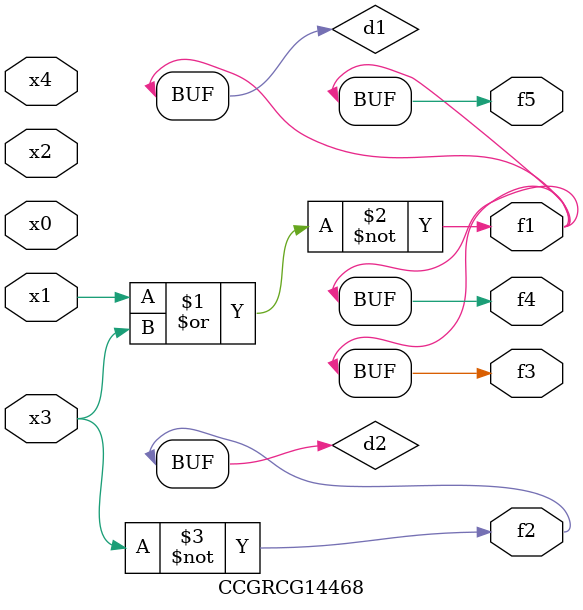
<source format=v>
module CCGRCG14468(
	input x0, x1, x2, x3, x4,
	output f1, f2, f3, f4, f5
);

	wire d1, d2;

	nor (d1, x1, x3);
	not (d2, x3);
	assign f1 = d1;
	assign f2 = d2;
	assign f3 = d1;
	assign f4 = d1;
	assign f5 = d1;
endmodule

</source>
